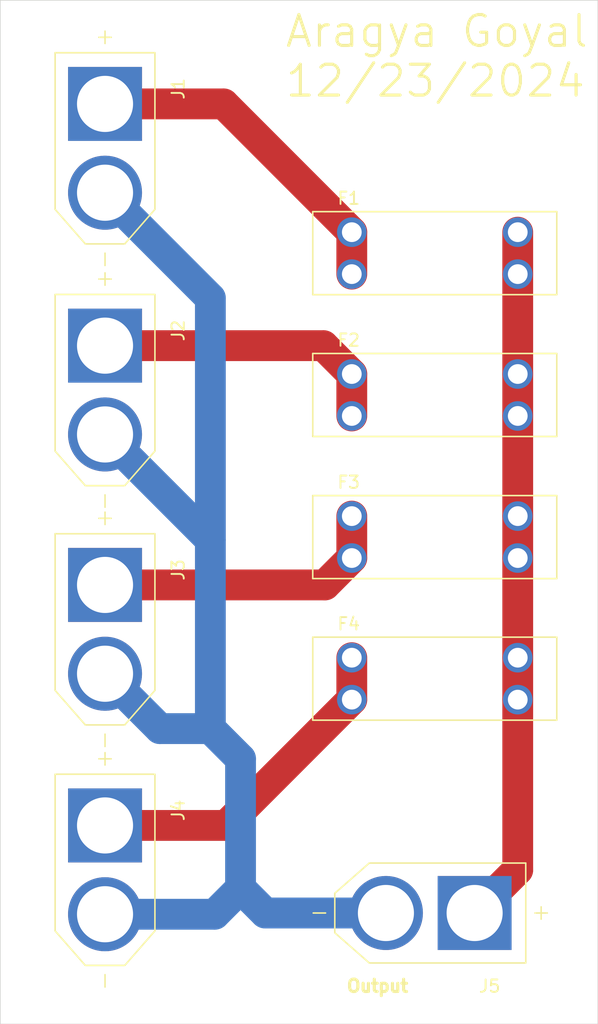
<source format=kicad_pcb>
(kicad_pcb (version 20240108) (generator "pcbnew") (generator_version "8.0")
  (layers (0 "F.Cu" signal) (31 "B.Cu" signal) (34 "B.Paste" user) (35 "F.Paste" user) (36 "B.SilkS" user "B.Silkscreen") (37 "F.SilkS" user "F.Silkscreen") (38 "B.Mask" user) (39 "F.Mask" user) (44 "Edge.Cuts" user))
  (net 0 "")
  (net 1 "Net-(J5-POS)")
  (net 2 "Net-(J1-POS)")
  (net 3 "Net-(J2-POS)")
  (net 4 "Net-(J3-POS)")
  (net 5 "Net-(J4-POS)")
  (net 6 "GND")
  (footprint "Fuse Holder:FUSE_3557-2" (layer "F.Cu") (at 136.765 104.52)
    (property "Reference" "F3" (at -6.985 -4.445 0) (layer "F.SilkS"))
    (property "Value" "3557-2")
    (fp_line (start -9.905 -3.365) (end -9.905 3.365) (stroke (width 0.127)) (layer "F.SilkS"))
    (fp_line (start -9.905 3.365) (end 9.905 3.365) (stroke (width 0.127)) (layer "F.SilkS"))
    (fp_line (start 9.905 -3.365) (end -9.905 -3.365) (stroke (width 0.127)) (layer "F.SilkS"))
    (fp_line (start 9.905 3.365) (end 9.905 -3.365) (stroke (width 0.127)) (layer "F.SilkS"))
    (pad "1_1" thru_hole circle (at -6.735 -1.7) (size 2.4 2.4) (drill 1.6) (layers "*.Cu" "*.Mask") (net 4 "Net-(J3-POS)"))
    (pad "1_2" thru_hole circle (at -6.735 1.7) (size 2.4 2.4) (drill 1.6) (layers "*.Cu" "*.Mask") (net 4 "Net-(J3-POS)"))
    (pad "2_1" thru_hole circle (at 6.735 -1.7) (size 2.4 2.4) (drill 1.6) (layers "*.Cu" "*.Mask") (net 1 "Net-(J5-POS)"))
    (pad "2_2" thru_hole circle (at 6.735 1.7) (size 2.4 2.4) (drill 1.6) (layers "*.Cu" "*.Mask") (net 1 "Net-(J5-POS)"))
  )
  (footprint "XT60-M:AMASS_XT60-M" (layer "F.Cu") (at 136.4 135 180)
    (property "Reference" "J5" (at -4.825 -5.935 360) (layer "F.SilkS"))
    (property "Value" "XT60-M")
    (fp_line (start 8.5 0) (end 9.5 0) (stroke (width 0.127)) (layer "F.SilkS"))
    (fp_line (start 7.75 1.6) (end 4.95 4.05) (stroke (width 0.127)) (layer "F.SilkS"))
    (fp_line (start 7.75 -1.6) (end 7.75 1.6) (stroke (width 0.127)) (layer "F.SilkS"))
    (fp_line (start 4.95 4.05) (end -7.75 4.05) (stroke (width 0.127)) (layer "F.SilkS"))
    (fp_line (start 4.95 -4.05) (end 7.75 -1.6) (stroke (width 0.127)) (layer "F.SilkS"))
    (fp_line (start -7.75 4.05) (end -7.75 -4.05) (stroke (width 0.127)) (layer "F.SilkS"))
    (fp_line (start -7.75 -4.05) (end 4.95 -4.05) (stroke (width 0.127)) (layer "F.SilkS"))
    (fp_line (start -9 -0.5) (end -9 0.5) (stroke (width 0.127)) (layer "F.SilkS"))
    (fp_line (start -9.5 0) (end -8.5 0) (stroke (width 0.127)) (layer "F.SilkS"))
    (pad "N" thru_hole circle (at 3.6 0 180) (size 6 6) (drill 4.55) (layers "*.Cu" "*.Mask") (net 6 "GND"))
    (pad "P" thru_hole rect (at -3.6 0 180) (size 6 6) (drill 4.55) (layers "*.Cu" "*.Mask") (net 1 "Net-(J5-POS)"))
  )
  (footprint "XT60-M:AMASS_XT60-M" (layer "F.Cu") (at 110 131.5 -90)
    (property "Reference" "J4" (at -4.825 -5.935 90) (layer "F.SilkS"))
    (property "Value" "XT60-M")
    (fp_line (start -7.75 4.05) (end -7.75 -4.05) (stroke (width 0.127)) (layer "F.SilkS"))
    (fp_line (start 4.95 4.05) (end -7.75 4.05) (stroke (width 0.127)) (layer "F.SilkS"))
    (fp_line (start 7.75 1.6) (end 4.95 4.05) (stroke (width 0.127)) (layer "F.SilkS"))
    (fp_line (start -9.5 0) (end -8.5 0) (stroke (width 0.127)) (layer "F.SilkS"))
    (fp_line (start 8.5 0) (end 9.5 0) (stroke (width 0.127)) (layer "F.SilkS"))
    (fp_line (start -9 -0.5) (end -9 0.5) (stroke (width 0.127)) (layer "F.SilkS"))
    (fp_line (start 7.75 -1.6) (end 7.75 1.6) (stroke (width 0.127)) (layer "F.SilkS"))
    (fp_line (start -7.75 -4.05) (end 4.95 -4.05) (stroke (width 0.127)) (layer "F.SilkS"))
    (fp_line (start 4.95 -4.05) (end 7.75 -1.6) (stroke (width 0.127)) (layer "F.SilkS"))
    (pad "N" thru_hole circle (at 3.6 0 270) (size 6 6) (drill 4.55) (layers "*.Cu" "*.Mask") (net 6 "GND"))
    (pad "P" thru_hole rect (at -3.6 0 270) (size 6 6) (drill 4.55) (layers "*.Cu" "*.Mask") (net 5 "Net-(J4-POS)"))
  )
  (footprint "XT60-M:AMASS_XT60-M" (layer "F.Cu") (at 110 73 -90)
    (property "Reference" "J1" (at -4.825 -5.935 90) (layer "F.SilkS"))
    (property "Value" "XT60-M")
    (fp_line (start -7.75 4.05) (end -7.75 -4.05) (stroke (width 0.127)) (layer "F.SilkS"))
    (fp_line (start 4.95 4.05) (end -7.75 4.05) (stroke (width 0.127)) (layer "F.SilkS"))
    (fp_line (start 7.75 1.6) (end 4.95 4.05) (stroke (width 0.127)) (layer "F.SilkS"))
    (fp_line (start -9.5 0) (end -8.5 0) (stroke (width 0.127)) (layer "F.SilkS"))
    (fp_line (start 8.5 0) (end 9.5 0) (stroke (width 0.127)) (layer "F.SilkS"))
    (fp_line (start -9 -0.5) (end -9 0.5) (stroke (width 0.127)) (layer "F.SilkS"))
    (fp_line (start 7.75 -1.6) (end 7.75 1.6) (stroke (width 0.127)) (layer "F.SilkS"))
    (fp_line (start -7.75 -4.05) (end 4.95 -4.05) (stroke (width 0.127)) (layer "F.SilkS"))
    (fp_line (start 4.95 -4.05) (end 7.75 -1.6) (stroke (width 0.127)) (layer "F.SilkS"))
    (pad "N" thru_hole circle (at 3.6 0 270) (size 6 6) (drill 4.55) (layers "*.Cu" "*.Mask") (net 6 "GND"))
    (pad "P" thru_hole rect (at -3.6 0 270) (size 6 6) (drill 4.55) (layers "*.Cu" "*.Mask") (net 2 "Net-(J1-POS)"))
  )
  (footprint "Fuse Holder:FUSE_3557-2" (layer "F.Cu") (at 136.765 81.5)
    (property "Reference" "F1" (at -6.985 -4.445 0) (layer "F.SilkS"))
    (property "Value" "3557-2")
    (fp_line (start -9.905 -3.365) (end -9.905 3.365) (stroke (width 0.127)) (layer "F.SilkS"))
    (fp_line (start -9.905 3.365) (end 9.905 3.365) (stroke (width 0.127)) (layer "F.SilkS"))
    (fp_line (start 9.905 -3.365) (end -9.905 -3.365) (stroke (width 0.127)) (layer "F.SilkS"))
    (fp_line (start 9.905 3.365) (end 9.905 -3.365) (stroke (width 0.127)) (layer "F.SilkS"))
    (pad "1_1" thru_hole circle (at -6.735 -1.7) (size 2.4 2.4) (drill 1.6) (layers "*.Cu" "*.Mask") (net 2 "Net-(J1-POS)"))
    (pad "1_2" thru_hole circle (at -6.735 1.7) (size 2.4 2.4) (drill 1.6) (layers "*.Cu" "*.Mask") (net 2 "Net-(J1-POS)"))
    (pad "2_1" thru_hole circle (at 6.735 -1.7) (size 2.4 2.4) (drill 1.6) (layers "*.Cu" "*.Mask") (net 1 "Net-(J5-POS)"))
    (pad "2_2" thru_hole circle (at 6.735 1.7) (size 2.4 2.4) (drill 1.6) (layers "*.Cu" "*.Mask") (net 1 "Net-(J5-POS)"))
  )
  (footprint "XT60-M:AMASS_XT60-M" (layer "F.Cu") (at 110 112 -90)
    (property "Reference" "J3" (at -4.825 -5.935 90) (layer "F.SilkS"))
    (property "Value" "XT60-M")
    (fp_line (start -7.75 4.05) (end -7.75 -4.05) (stroke (width 0.127)) (layer "F.SilkS"))
    (fp_line (start 4.95 4.05) (end -7.75 4.05) (stroke (width 0.127)) (layer "F.SilkS"))
    (fp_line (start 7.75 1.6) (end 4.95 4.05) (stroke (width 0.127)) (layer "F.SilkS"))
    (fp_line (start -9.5 0) (end -8.5 0) (stroke (width 0.127)) (layer "F.SilkS"))
    (fp_line (start 8.5 0) (end 9.5 0) (stroke (width 0.127)) (layer "F.SilkS"))
    (fp_line (start -9 -0.5) (end -9 0.5) (stroke (width 0.127)) (layer "F.SilkS"))
    (fp_line (start 7.75 -1.6) (end 7.75 1.6) (stroke (width 0.127)) (layer "F.SilkS"))
    (fp_line (start -7.75 -4.05) (end 4.95 -4.05) (stroke (width 0.127)) (layer "F.SilkS"))
    (fp_line (start 4.95 -4.05) (end 7.75 -1.6) (stroke (width 0.127)) (layer "F.SilkS"))
    (pad "N" thru_hole circle (at 3.6 0 270) (size 6 6) (drill 4.55) (layers "*.Cu" "*.Mask") (net 6 "GND"))
    (pad "P" thru_hole rect (at -3.6 0 270) (size 6 6) (drill 4.55) (layers "*.Cu" "*.Mask") (net 4 "Net-(J3-POS)"))
  )
  (footprint "Fuse Holder:FUSE_3557-2" (layer "F.Cu") (at 136.765 93)
    (property "Reference" "F2" (at -6.985 -4.445 0) (layer "F.SilkS"))
    (property "Value" "3557-2")
    (fp_line (start -9.905 -3.365) (end -9.905 3.365) (stroke (width 0.127)) (layer "F.SilkS"))
    (fp_line (start -9.905 3.365) (end 9.905 3.365) (stroke (width 0.127)) (layer "F.SilkS"))
    (fp_line (start 9.905 -3.365) (end -9.905 -3.365) (stroke (width 0.127)) (layer "F.SilkS"))
    (fp_line (start 9.905 3.365) (end 9.905 -3.365) (stroke (width 0.127)) (layer "F.SilkS"))
    (pad "1_1" thru_hole circle (at -6.735 -1.7) (size 2.4 2.4) (drill 1.6) (layers "*.Cu" "*.Mask") (net 3 "Net-(J2-POS)"))
    (pad "1_2" thru_hole circle (at -6.735 1.7) (size 2.4 2.4) (drill 1.6) (layers "*.Cu" "*.Mask") (net 3 "Net-(J2-POS)"))
    (pad "2_1" thru_hole circle (at 6.735 -1.7) (size 2.4 2.4) (drill 1.6) (layers "*.Cu" "*.Mask") (net 1 "Net-(J5-POS)"))
    (pad "2_2" thru_hole circle (at 6.735 1.7) (size 2.4 2.4) (drill 1.6) (layers "*.Cu" "*.Mask") (net 1 "Net-(J5-POS)"))
  )
  (footprint "Fuse Holder:FUSE_3557-2" (layer "F.Cu") (at 136.765 116)
    (property "Reference" "F4" (at -6.985 -4.445 0) (layer "F.SilkS"))
    (property "Value" "3557-2")
    (fp_line (start -9.905 -3.365) (end -9.905 3.365) (stroke (width 0.127)) (layer "F.SilkS"))
    (fp_line (start -9.905 3.365) (end 9.905 3.365) (stroke (width 0.127)) (layer "F.SilkS"))
    (fp_line (start 9.905 -3.365) (end -9.905 -3.365) (stroke (width 0.127)) (layer "F.SilkS"))
    (fp_line (start 9.905 3.365) (end 9.905 -3.365) (stroke (width 0.127)) (layer "F.SilkS"))
    (pad "1_1" thru_hole circle (at -6.735 -1.7) (size 2.4 2.4) (drill 1.6) (layers "*.Cu" "*.Mask") (net 5 "Net-(J4-POS)"))
    (pad "1_2" thru_hole circle (at -6.735 1.7) (size 2.4 2.4) (drill 1.6) (layers "*.Cu" "*.Mask") (net 5 "Net-(J4-POS)"))
    (pad "2_1" thru_hole circle (at 6.735 -1.7) (size 2.4 2.4) (drill 1.6) (layers "*.Cu" "*.Mask") (net 1 "Net-(J5-POS)"))
    (pad "2_2" thru_hole circle (at 6.735 1.7) (size 2.4 2.4) (drill 1.6) (layers "*.Cu" "*.Mask") (net 1 "Net-(J5-POS)"))
  )
  (footprint "XT60-M:AMASS_XT60-M" (layer "F.Cu") (at 110 92.6 -90)
    (property "Reference" "J2" (at -4.825 -5.935 90) (layer "F.SilkS"))
    (property "Value" "XT60-M")
    (fp_line (start -7.75 4.05) (end -7.75 -4.05) (stroke (width 0.127)) (layer "F.SilkS"))
    (fp_line (start 4.95 4.05) (end -7.75 4.05) (stroke (width 0.127)) (layer "F.SilkS"))
    (fp_line (start 7.75 1.6) (end 4.95 4.05) (stroke (width 0.127)) (layer "F.SilkS"))
    (fp_line (start -9.5 0) (end -8.5 0) (stroke (width 0.127)) (layer "F.SilkS"))
    (fp_line (start 8.5 0) (end 9.5 0) (stroke (width 0.127)) (layer "F.SilkS"))
    (fp_line (start -9 -0.5) (end -9 0.5) (stroke (width 0.127)) (layer "F.SilkS"))
    (fp_line (start 7.75 -1.6) (end 7.75 1.6) (stroke (width 0.127)) (layer "F.SilkS"))
    (fp_line (start -7.75 -4.05) (end 4.95 -4.05) (stroke (width 0.127)) (layer "F.SilkS"))
    (fp_line (start 4.95 -4.05) (end 7.75 -1.6) (stroke (width 0.127)) (layer "F.SilkS"))
    (pad "N" thru_hole circle (at 3.6 0 270) (size 6 6) (drill 4.55) (layers "*.Cu" "*.Mask") (net 6 "GND"))
    (pad "P" thru_hole rect (at -3.6 0 270) (size 6 6) (drill 4.55) (layers "*.Cu" "*.Mask") (net 3 "Net-(J2-POS)"))
  )
  (gr_poly (pts (xy 101.5 61) (xy 150 61) (xy 150 144) (xy 101.5 144)) (stroke (width 0.05)) (fill none) (layer "Edge.Cuts"))
  (gr_text "Aragya Goyal\n12/23/2024" (at 124.5 69 0) (layer "F.SilkS") (effects (font (size 2.5 2.5) (thickness 0.25)) (justify left bottom)))
  (gr_text "Output" (at 129.5 141.5 0) (layer "F.SilkS") (effects (font (size 1 1) (thickness 0.25) (bold yes)) (justify left bottom)))
  (segment (start 143.5 114.3) (end 143.5 117.7) (width 2.5) (layer "F.Cu") (net 1))
  (segment (start 143.5 131.5) (end 140 135) (width 2.5) (layer "F.Cu") (net 1))
  (segment (start 143.5 94.7) (end 143.5 102.82) (width 2.5) (layer "F.Cu") (net 1))
  (segment (start 143.5 79.8) (end 143.5 83.2) (width 2.5) (layer "F.Cu") (net 1))
  (segment (start 143.5 117.7) (end 143.5 131.5) (width 2.5) (layer "F.Cu") (net 1))
  (segment (start 143.5 91.3) (end 143.5 94.7) (width 2.5) (layer "F.Cu") (net 1))
  (segment (start 143.5 106.22) (end 143.5 114.3) (width 2.5) (layer "F.Cu") (net 1))
  (segment (start 143.5 83.2) (end 143.5 91.3) (width 2.5) (layer "F.Cu") (net 1))
  (segment (start 143.5 102.82) (end 143.5 106.22) (width 2.5) (layer "F.Cu") (net 1))
  (segment (start 110 69.4) (end 119.63 69.4) (width 2.5) (layer "F.Cu") (net 2))
  (segment (start 130.03 79.8) (end 130.03 83.2) (width 2.5) (layer "F.Cu") (net 2))
  (segment (start 119.63 69.4) (end 130.03 79.8) (width 2.5) (layer "F.Cu") (net 2))
  (segment (start 127.73 89) (end 130.03 91.3) (width 2.5) (layer "F.Cu") (net 3))
  (segment (start 110 89) (end 127.73 89) (width 2.5) (layer "F.Cu") (net 3))
  (segment (start 130.03 91.3) (end 130.03 94.7) (width 2.5) (layer "F.Cu") (net 3))
  (segment (start 127.85 108.4) (end 130.03 106.22) (width 2.5) (layer "F.Cu") (net 4))
  (segment (start 130.03 102.82) (end 130.03 106.22) (width 2.5) (layer "F.Cu") (net 4))
  (segment (start 110 108.4) (end 127.85 108.4) (width 2.5) (layer "F.Cu") (net 4))
  (segment (start 119.83 127.9) (end 130.03 117.7) (width 2.5) (layer "F.Cu") (net 5))
  (segment (start 110 127.9) (end 119.83 127.9) (width 2.5) (layer "F.Cu") (net 5))
  (segment (start 130.03 114.3) (end 130.03 117.7) (width 2.5) (layer "F.Cu") (net 5))
  (segment (start 118.55 104.75) (end 118.55 120.05) (width 2.5) (layer "B.Cu") (net 6))
  (segment (start 118.9 135.1) (end 110 135.1) (width 2.5) (layer "B.Cu") (net 6))
  (segment (start 121 133) (end 123 135) (width 2.5) (layer "B.Cu") (net 6))
  (segment (start 121 122.5) (end 121 133) (width 2.5) (layer "B.Cu") (net 6))
  (segment (start 118.55 120.05) (end 121 122.5) (width 2.5) (layer "B.Cu") (net 6))
  (segment (start 118.55 85.15) (end 110 76.6) (width 2.5) (layer "B.Cu") (net 6))
  (segment (start 123 135) (end 132.8 135) (width 2.5) (layer "B.Cu") (net 6))
  (segment (start 110 96.2) (end 118.55 104.75) (width 2.5) (layer "B.Cu") (net 6))
  (segment (start 121 133) (end 118.9 135.1) (width 2.5) (layer "B.Cu") (net 6))
  (segment (start 114.45 120.05) (end 118.55 120.05) (width 2.5) (layer "B.Cu") (net 6))
  (segment (start 110 115.6) (end 114.45 120.05) (width 2.5) (layer "B.Cu") (net 6))
  (segment (start 118.55 104.75) (end 118.55 85.15) (width 2.5) (layer "B.Cu") (net 6))
)
</source>
